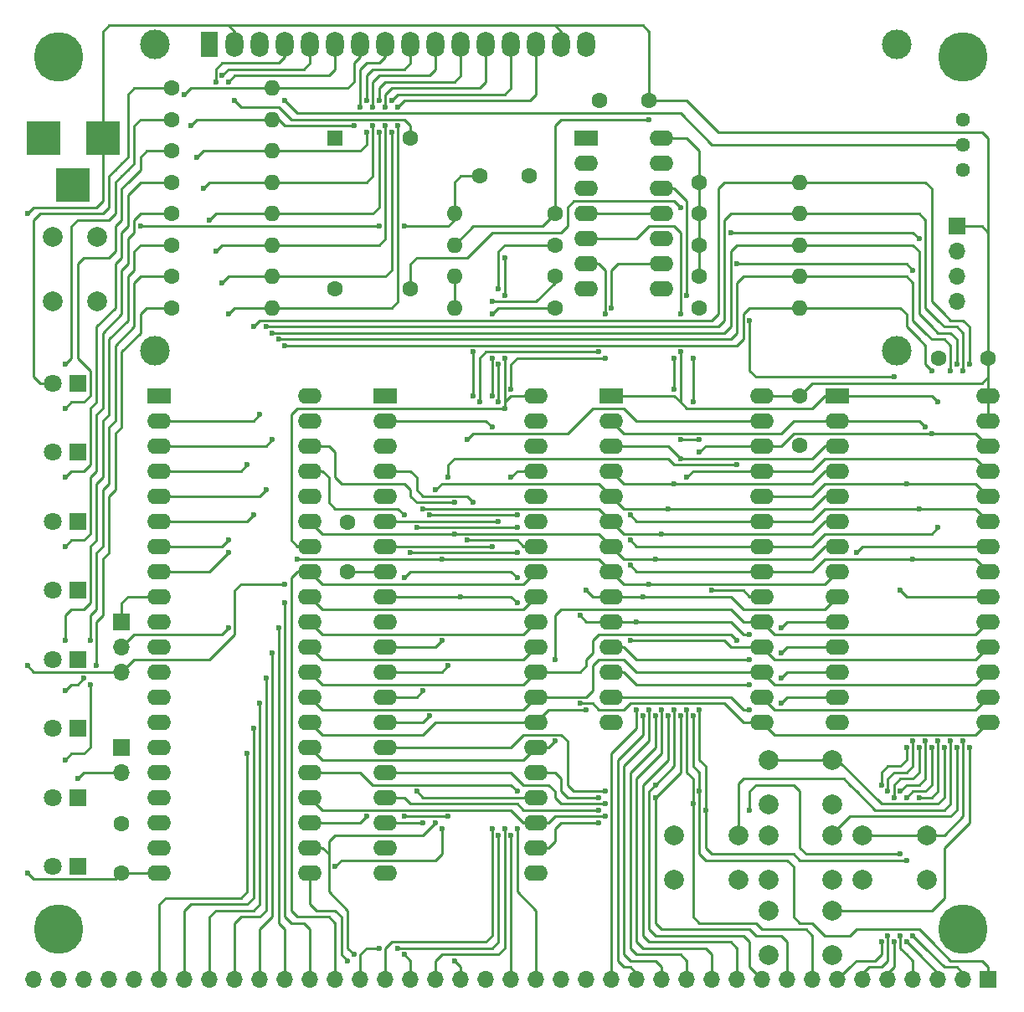
<source format=gtl>
G04 #@! TF.FileFunction,Copper,L1,Top,Signal*
%FSLAX46Y46*%
G04 Gerber Fmt 4.6, Leading zero omitted, Abs format (unit mm)*
G04 Created by KiCad (PCBNEW 4.0.7) date 11/13/19 17:55:31*
%MOMM*%
%LPD*%
G01*
G04 APERTURE LIST*
%ADD10C,0.100000*%
%ADD11R,1.700000X1.700000*%
%ADD12O,1.700000X1.700000*%
%ADD13R,3.500000X3.500000*%
%ADD14C,5.000000*%
%ADD15C,1.600000*%
%ADD16O,1.600000X1.600000*%
%ADD17R,1.600000X1.600000*%
%ADD18R,1.800000X1.800000*%
%ADD19C,1.800000*%
%ADD20C,1.440000*%
%ADD21C,2.000000*%
%ADD22R,2.400000X1.600000*%
%ADD23O,2.400000X1.600000*%
%ADD24R,1.800000X2.600000*%
%ADD25O,1.800000X2.600000*%
%ADD26C,3.000000*%
%ADD27C,0.600000*%
%ADD28C,0.250000*%
G04 APERTURE END LIST*
D10*
D11*
X198120000Y-145415000D03*
D12*
X195580000Y-145415000D03*
X193040000Y-145415000D03*
X190500000Y-145415000D03*
X187960000Y-145415000D03*
X185420000Y-145415000D03*
X182880000Y-145415000D03*
X180340000Y-145415000D03*
X177800000Y-145415000D03*
X175260000Y-145415000D03*
X172720000Y-145415000D03*
X170180000Y-145415000D03*
X167640000Y-145415000D03*
X165100000Y-145415000D03*
X162560000Y-145415000D03*
X160020000Y-145415000D03*
X157480000Y-145415000D03*
X154940000Y-145415000D03*
X152400000Y-145415000D03*
X149860000Y-145415000D03*
X147320000Y-145415000D03*
X144780000Y-145415000D03*
X142240000Y-145415000D03*
X139700000Y-145415000D03*
X137160000Y-145415000D03*
X134620000Y-145415000D03*
X132080000Y-145415000D03*
X129540000Y-145415000D03*
X127000000Y-145415000D03*
X124460000Y-145415000D03*
X121920000Y-145415000D03*
X119380000Y-145415000D03*
X116840000Y-145415000D03*
X114300000Y-145415000D03*
X111760000Y-145415000D03*
X109220000Y-145415000D03*
X106680000Y-145415000D03*
X104140000Y-145415000D03*
X101600000Y-145415000D03*
D13*
X108585000Y-60325000D03*
X102585000Y-60325000D03*
X105585000Y-65025000D03*
D14*
X104140000Y-140335000D03*
X195580000Y-140335000D03*
X195580000Y-52070000D03*
X104140000Y-52070000D03*
D15*
X133350000Y-104140000D03*
X133350000Y-99140000D03*
X179070000Y-86360000D03*
X179070000Y-91360000D03*
X198120000Y-82550000D03*
X193120000Y-82550000D03*
X110490000Y-134620000D03*
X110490000Y-129620000D03*
X163830000Y-56515000D03*
X158830000Y-56515000D03*
X146685000Y-64135000D03*
X151685000Y-64135000D03*
D11*
X110490000Y-121920000D03*
D12*
X110490000Y-124460000D03*
D15*
X154305000Y-77470000D03*
D16*
X144145000Y-77470000D03*
D15*
X154305000Y-74295000D03*
D16*
X144145000Y-74295000D03*
D15*
X154305000Y-71120000D03*
D16*
X144145000Y-71120000D03*
D15*
X168910000Y-77470000D03*
D16*
X179070000Y-77470000D03*
D15*
X168910000Y-64770000D03*
D16*
X179070000Y-64770000D03*
D15*
X168910000Y-67945000D03*
D16*
X179070000Y-67945000D03*
D15*
X115570000Y-55245000D03*
D16*
X125730000Y-55245000D03*
D15*
X115570000Y-58420000D03*
D16*
X125730000Y-58420000D03*
D15*
X115570000Y-61595000D03*
D16*
X125730000Y-61595000D03*
D17*
X132080000Y-60325000D03*
D15*
X139700000Y-60325000D03*
X139700000Y-75565000D03*
X132080000Y-75565000D03*
D18*
X106045000Y-85090000D03*
D19*
X103505000Y-85090000D03*
D18*
X106045000Y-92075000D03*
D19*
X103505000Y-92075000D03*
D18*
X106045000Y-99060000D03*
D19*
X103505000Y-99060000D03*
D18*
X106045000Y-106045000D03*
D19*
X103505000Y-106045000D03*
D18*
X106045000Y-113030000D03*
D19*
X103505000Y-113030000D03*
D18*
X106045000Y-120015000D03*
D19*
X103505000Y-120015000D03*
D18*
X106045000Y-127000000D03*
D19*
X103505000Y-127000000D03*
D18*
X106045000Y-133985000D03*
D19*
X103505000Y-133985000D03*
D11*
X110490000Y-109220000D03*
D12*
X110490000Y-111760000D03*
X110490000Y-114300000D03*
D15*
X154305000Y-67945000D03*
D16*
X144145000Y-67945000D03*
D15*
X168910000Y-71120000D03*
D16*
X179070000Y-71120000D03*
D15*
X168910000Y-74295000D03*
D16*
X179070000Y-74295000D03*
D15*
X115570000Y-64770000D03*
D16*
X125730000Y-64770000D03*
D15*
X115570000Y-67945000D03*
D16*
X125730000Y-67945000D03*
D15*
X115570000Y-71120000D03*
D16*
X125730000Y-71120000D03*
D15*
X115570000Y-74295000D03*
D16*
X125730000Y-74295000D03*
D15*
X115570000Y-77470000D03*
D16*
X125730000Y-77470000D03*
D20*
X195580000Y-58420000D03*
X195580000Y-60960000D03*
X195580000Y-63500000D03*
D21*
X108005000Y-76835000D03*
X103505000Y-76835000D03*
X108005000Y-70335000D03*
X103505000Y-70335000D03*
X175895000Y-135310000D03*
X175895000Y-130810000D03*
X182395000Y-135310000D03*
X182395000Y-130810000D03*
X175895000Y-127690000D03*
X175895000Y-123190000D03*
X182395000Y-127690000D03*
X182395000Y-123190000D03*
X175895000Y-142930000D03*
X175895000Y-138430000D03*
X182395000Y-142930000D03*
X182395000Y-138430000D03*
X166370000Y-135310000D03*
X166370000Y-130810000D03*
X172870000Y-135310000D03*
X172870000Y-130810000D03*
X185420000Y-135310000D03*
X185420000Y-130810000D03*
X191920000Y-135310000D03*
X191920000Y-130810000D03*
D22*
X137160000Y-86360000D03*
D23*
X152400000Y-134620000D03*
X137160000Y-88900000D03*
X152400000Y-132080000D03*
X137160000Y-91440000D03*
X152400000Y-129540000D03*
X137160000Y-93980000D03*
X152400000Y-127000000D03*
X137160000Y-96520000D03*
X152400000Y-124460000D03*
X137160000Y-99060000D03*
X152400000Y-121920000D03*
X137160000Y-101600000D03*
X152400000Y-119380000D03*
X137160000Y-104140000D03*
X152400000Y-116840000D03*
X137160000Y-106680000D03*
X152400000Y-114300000D03*
X137160000Y-109220000D03*
X152400000Y-111760000D03*
X137160000Y-111760000D03*
X152400000Y-109220000D03*
X137160000Y-114300000D03*
X152400000Y-106680000D03*
X137160000Y-116840000D03*
X152400000Y-104140000D03*
X137160000Y-119380000D03*
X152400000Y-101600000D03*
X137160000Y-121920000D03*
X152400000Y-99060000D03*
X137160000Y-124460000D03*
X152400000Y-96520000D03*
X137160000Y-127000000D03*
X152400000Y-93980000D03*
X137160000Y-129540000D03*
X152400000Y-91440000D03*
X137160000Y-132080000D03*
X152400000Y-88900000D03*
X137160000Y-134620000D03*
X152400000Y-86360000D03*
D22*
X160020000Y-86360000D03*
D23*
X175260000Y-119380000D03*
X160020000Y-88900000D03*
X175260000Y-116840000D03*
X160020000Y-91440000D03*
X175260000Y-114300000D03*
X160020000Y-93980000D03*
X175260000Y-111760000D03*
X160020000Y-96520000D03*
X175260000Y-109220000D03*
X160020000Y-99060000D03*
X175260000Y-106680000D03*
X160020000Y-101600000D03*
X175260000Y-104140000D03*
X160020000Y-104140000D03*
X175260000Y-101600000D03*
X160020000Y-106680000D03*
X175260000Y-99060000D03*
X160020000Y-109220000D03*
X175260000Y-96520000D03*
X160020000Y-111760000D03*
X175260000Y-93980000D03*
X160020000Y-114300000D03*
X175260000Y-91440000D03*
X160020000Y-116840000D03*
X175260000Y-88900000D03*
X160020000Y-119380000D03*
X175260000Y-86360000D03*
D22*
X182880000Y-86360000D03*
D23*
X198120000Y-119380000D03*
X182880000Y-88900000D03*
X198120000Y-116840000D03*
X182880000Y-91440000D03*
X198120000Y-114300000D03*
X182880000Y-93980000D03*
X198120000Y-111760000D03*
X182880000Y-96520000D03*
X198120000Y-109220000D03*
X182880000Y-99060000D03*
X198120000Y-106680000D03*
X182880000Y-101600000D03*
X198120000Y-104140000D03*
X182880000Y-104140000D03*
X198120000Y-101600000D03*
X182880000Y-106680000D03*
X198120000Y-99060000D03*
X182880000Y-109220000D03*
X198120000Y-96520000D03*
X182880000Y-111760000D03*
X198120000Y-93980000D03*
X182880000Y-114300000D03*
X198120000Y-91440000D03*
X182880000Y-116840000D03*
X198120000Y-88900000D03*
X182880000Y-119380000D03*
X198120000Y-86360000D03*
D22*
X114300000Y-86360000D03*
D23*
X129540000Y-134620000D03*
X114300000Y-88900000D03*
X129540000Y-132080000D03*
X114300000Y-91440000D03*
X129540000Y-129540000D03*
X114300000Y-93980000D03*
X129540000Y-127000000D03*
X114300000Y-96520000D03*
X129540000Y-124460000D03*
X114300000Y-99060000D03*
X129540000Y-121920000D03*
X114300000Y-101600000D03*
X129540000Y-119380000D03*
X114300000Y-104140000D03*
X129540000Y-116840000D03*
X114300000Y-106680000D03*
X129540000Y-114300000D03*
X114300000Y-109220000D03*
X129540000Y-111760000D03*
X114300000Y-111760000D03*
X129540000Y-109220000D03*
X114300000Y-114300000D03*
X129540000Y-106680000D03*
X114300000Y-116840000D03*
X129540000Y-104140000D03*
X114300000Y-119380000D03*
X129540000Y-101600000D03*
X114300000Y-121920000D03*
X129540000Y-99060000D03*
X114300000Y-124460000D03*
X129540000Y-96520000D03*
X114300000Y-127000000D03*
X129540000Y-93980000D03*
X114300000Y-129540000D03*
X129540000Y-91440000D03*
X114300000Y-132080000D03*
X129540000Y-88900000D03*
X114300000Y-134620000D03*
X129540000Y-86360000D03*
D22*
X157480000Y-60325000D03*
D23*
X165100000Y-75565000D03*
X157480000Y-62865000D03*
X165100000Y-73025000D03*
X157480000Y-65405000D03*
X165100000Y-70485000D03*
X157480000Y-67945000D03*
X165100000Y-67945000D03*
X157480000Y-70485000D03*
X165100000Y-65405000D03*
X157480000Y-73025000D03*
X165100000Y-62865000D03*
X157480000Y-75565000D03*
X165100000Y-60325000D03*
D24*
X119380000Y-50800000D03*
D25*
X121920000Y-50800000D03*
X124460000Y-50800000D03*
X127000000Y-50800000D03*
X129540000Y-50800000D03*
X132080000Y-50800000D03*
X134620000Y-50800000D03*
X137160000Y-50800000D03*
X139700000Y-50800000D03*
X142240000Y-50800000D03*
X144780000Y-50800000D03*
X147320000Y-50800000D03*
X149860000Y-50800000D03*
X152400000Y-50800000D03*
X154940000Y-50800000D03*
X157480000Y-50800000D03*
D26*
X113880900Y-50800000D03*
X113880900Y-81800700D03*
X188879480Y-81800700D03*
X188880000Y-50800000D03*
D11*
X194945000Y-69215000D03*
D12*
X194945000Y-71755000D03*
X194945000Y-74295000D03*
X194945000Y-76835000D03*
D27*
X184785000Y-102235000D03*
X163830000Y-58420000D03*
X127000000Y-105410000D03*
X100965000Y-134620000D03*
X100965000Y-113665000D03*
X100965000Y-67945000D03*
X121920000Y-56515000D03*
X168910000Y-126365000D03*
X167640000Y-76200000D03*
X168275000Y-118745000D03*
X168275000Y-86995000D03*
X168275000Y-82550000D03*
X158750000Y-127000000D03*
X167005000Y-78105000D03*
X167005000Y-81915000D03*
X191135000Y-127000000D03*
X193040000Y-99695000D03*
X193040000Y-121285000D03*
X190500000Y-140970000D03*
X193040000Y-86995000D03*
X140335000Y-99695000D03*
X140335000Y-126365000D03*
X150495000Y-99695000D03*
X161925000Y-100965000D03*
X159385000Y-128905000D03*
X169545000Y-128270000D03*
X189865000Y-133350000D03*
X168910000Y-92075000D03*
X168910000Y-118110000D03*
X189865000Y-127000000D03*
X192405000Y-90170000D03*
X192405000Y-121920000D03*
X189865000Y-141605000D03*
X158750000Y-129540000D03*
X173990000Y-128270000D03*
X189230000Y-132715000D03*
X189230000Y-126365000D03*
X191770000Y-121285000D03*
X191770000Y-89535000D03*
X189230000Y-140970000D03*
X141605000Y-98425000D03*
X188595000Y-141605000D03*
X188595000Y-127000000D03*
X191135000Y-97790000D03*
X191135000Y-121920000D03*
X150495000Y-98425000D03*
X161925000Y-98425000D03*
X187960000Y-140970000D03*
X190500000Y-102870000D03*
X190500000Y-121285000D03*
X187960000Y-126365000D03*
X139700000Y-102235000D03*
X150495000Y-102235000D03*
X161925000Y-103505000D03*
X140970000Y-129540000D03*
X143510000Y-94615000D03*
X172720000Y-93345000D03*
X187325000Y-141605000D03*
X189865000Y-95250000D03*
X189865000Y-121920000D03*
X187325000Y-125730000D03*
X168275000Y-127635000D03*
X158750000Y-128270000D03*
X167640000Y-94615000D03*
X167640000Y-118110000D03*
X164465000Y-127000000D03*
X159385000Y-127635000D03*
X167005000Y-92710000D03*
X167005000Y-118745000D03*
X164465000Y-125730000D03*
X159385000Y-126365000D03*
X166370000Y-118110000D03*
X166370000Y-95250000D03*
X142240000Y-95885000D03*
X165735000Y-97790000D03*
X165735000Y-118745000D03*
X141605000Y-118745000D03*
X140970000Y-97790000D03*
X165100000Y-100330000D03*
X165100000Y-118110000D03*
X140970000Y-116205000D03*
X143510000Y-113665000D03*
X144145000Y-100330000D03*
X164465000Y-102870000D03*
X164465000Y-118745000D03*
X163830000Y-105410000D03*
X163830000Y-118110000D03*
X142875000Y-102870000D03*
X142875000Y-111125000D03*
X128270000Y-102870000D03*
X139065000Y-98425000D03*
X163195000Y-106680000D03*
X163195000Y-118745000D03*
X157480000Y-106045000D03*
X150495000Y-104775000D03*
X139065000Y-104775000D03*
X144145000Y-97155000D03*
X144780000Y-106680000D03*
X162560000Y-109220000D03*
X162560000Y-118110000D03*
X156845000Y-108585000D03*
X150495000Y-107315000D03*
X173990000Y-110490000D03*
X177165000Y-109855000D03*
X146050000Y-86360000D03*
X147955000Y-76835000D03*
X146050000Y-81915000D03*
X146050000Y-97155000D03*
X142875000Y-130175000D03*
X132080000Y-133985000D03*
X144145000Y-143510000D03*
X133350000Y-143510000D03*
X148590000Y-83185000D03*
X148590000Y-75565000D03*
X148590000Y-86995000D03*
X149225000Y-130175000D03*
X148590000Y-99060000D03*
X145415000Y-90805000D03*
X142240000Y-129540000D03*
X145415000Y-100965000D03*
X139065000Y-142875000D03*
X133985000Y-142875000D03*
X147955000Y-78105000D03*
X147955000Y-82550000D03*
X147955000Y-86360000D03*
X147955000Y-89535000D03*
X147955000Y-130175000D03*
X136525000Y-142240000D03*
X147955000Y-101600000D03*
X148590000Y-130810000D03*
X138430000Y-142240000D03*
X173990000Y-113030000D03*
X177165000Y-112395000D03*
X177165000Y-114935000D03*
X173990000Y-115570000D03*
X127000000Y-107315000D03*
X173990000Y-118110000D03*
X177165000Y-117475000D03*
X126365000Y-109855000D03*
X156845000Y-117475000D03*
X125730000Y-112395000D03*
X172720000Y-111125000D03*
X125095000Y-114935000D03*
X124460000Y-117475000D03*
X157480000Y-118110000D03*
X161925000Y-111125000D03*
X123825000Y-120015000D03*
X154305000Y-121285000D03*
X154305000Y-113030000D03*
X123190000Y-122555000D03*
X136525000Y-59690000D03*
X136525000Y-56515000D03*
X119380000Y-68580000D03*
X137160000Y-57150000D03*
X137160000Y-59055000D03*
X120015000Y-71755000D03*
X121285000Y-102235000D03*
X120650000Y-53975000D03*
X137795000Y-56515000D03*
X137795000Y-59690000D03*
X120650000Y-74930000D03*
X120015000Y-54610000D03*
X121285000Y-100965000D03*
X138430000Y-59055000D03*
X138430000Y-57150000D03*
X121285000Y-78105000D03*
X123825000Y-98425000D03*
X125095000Y-79375000D03*
X195580000Y-83820000D03*
X195580000Y-121285000D03*
X135890000Y-59055000D03*
X135890000Y-57150000D03*
X118745000Y-65405000D03*
X126365000Y-80645000D03*
X125095000Y-95885000D03*
X194310000Y-83820000D03*
X194310000Y-121285000D03*
X135255000Y-56515000D03*
X135255000Y-59690000D03*
X118110000Y-62230000D03*
X123190000Y-93345000D03*
X123825000Y-79375000D03*
X196215000Y-121920000D03*
X196215000Y-83185000D03*
X134620000Y-57150000D03*
X133985000Y-59055000D03*
X117475000Y-59055000D03*
X127000000Y-81280000D03*
X125730000Y-90805000D03*
X193675000Y-121920000D03*
X192405000Y-83820000D03*
X116840000Y-55880000D03*
X125730000Y-80010000D03*
X124460000Y-88265000D03*
X194945000Y-121920000D03*
X194945000Y-83185000D03*
X149225000Y-72390000D03*
X149225000Y-76200000D03*
X149225000Y-82550000D03*
X149225000Y-87630000D03*
X149860000Y-130810000D03*
X139065000Y-69215000D03*
X136525000Y-69215000D03*
X112395000Y-69215000D03*
X106045000Y-125095000D03*
X104775000Y-83185000D03*
X104775000Y-87630000D03*
X104775000Y-94615000D03*
X104775000Y-101600000D03*
X104775000Y-111125000D03*
X106680000Y-114935000D03*
X104775000Y-116205000D03*
X107315000Y-111125000D03*
X107315000Y-115570000D03*
X107950000Y-113665000D03*
X104775000Y-123190000D03*
X172720000Y-73025000D03*
X190500000Y-73660000D03*
X149860000Y-85725000D03*
X159385000Y-82550000D03*
X160020000Y-77470000D03*
X150495000Y-126365000D03*
X150495000Y-130175000D03*
X149860000Y-94615000D03*
X121285000Y-109855000D03*
X121285000Y-54610000D03*
X127000000Y-56515000D03*
X166370000Y-85725000D03*
X168910000Y-90805000D03*
X167005000Y-90805000D03*
X166370000Y-82550000D03*
X170180000Y-106045000D03*
X188595000Y-84455000D03*
X189230000Y-106045000D03*
X173990000Y-78740000D03*
X143510000Y-128905000D03*
X146685000Y-86995000D03*
X135255000Y-128905000D03*
X139065000Y-128905000D03*
X159385000Y-78105000D03*
X158750000Y-81915000D03*
X172085000Y-69850000D03*
X191135000Y-70485000D03*
X167005000Y-67310000D03*
D28*
X198120000Y-101600000D02*
X185420000Y-101600000D01*
X185420000Y-101600000D02*
X184785000Y-102235000D01*
X168910000Y-61595000D02*
X167640000Y-60325000D01*
X163830000Y-56515000D02*
X167640000Y-56515000D01*
X197485000Y-59690000D02*
X198120000Y-60325000D01*
X170815000Y-59690000D02*
X197485000Y-59690000D01*
X167640000Y-56515000D02*
X170815000Y-59690000D01*
X168910000Y-67945000D02*
X168910000Y-64770000D01*
X180340000Y-85090000D02*
X197485000Y-85090000D01*
X197485000Y-85090000D02*
X198120000Y-84455000D01*
X123825000Y-105410000D02*
X122555000Y-105410000D01*
X121920000Y-110490000D02*
X119380000Y-113030000D01*
X121920000Y-106045000D02*
X121920000Y-110490000D01*
X122555000Y-105410000D02*
X121920000Y-106045000D01*
X153670000Y-68580000D02*
X153035000Y-69215000D01*
X153035000Y-69215000D02*
X146050000Y-69215000D01*
X153670000Y-68580000D02*
X154305000Y-67945000D01*
X168910000Y-67945000D02*
X168910000Y-71120000D01*
X168910000Y-74295000D02*
X168910000Y-71120000D01*
X198120000Y-69850000D02*
X198120000Y-60325000D01*
X154305000Y-67945000D02*
X154305000Y-59055000D01*
X154305000Y-59055000D02*
X154940000Y-58420000D01*
X154940000Y-58420000D02*
X163830000Y-58420000D01*
X175260000Y-86360000D02*
X179070000Y-86360000D01*
X127000000Y-105410000D02*
X123825000Y-105410000D01*
X111760000Y-113030000D02*
X110490000Y-114300000D01*
X119380000Y-113030000D02*
X111760000Y-113030000D01*
X110490000Y-134620000D02*
X109855000Y-135255000D01*
X101600000Y-135255000D02*
X100965000Y-134620000D01*
X109855000Y-135255000D02*
X101600000Y-135255000D01*
X108585000Y-66675000D02*
X107950000Y-67310000D01*
X108585000Y-60325000D02*
X108585000Y-66675000D01*
X101600000Y-114300000D02*
X110490000Y-114300000D01*
X100965000Y-113665000D02*
X101600000Y-114300000D01*
X101600000Y-67310000D02*
X100965000Y-67945000D01*
X107950000Y-67310000D02*
X101600000Y-67310000D01*
X122555000Y-57150000D02*
X121920000Y-56515000D01*
X128270000Y-58420000D02*
X127635000Y-58420000D01*
X139700000Y-59055000D02*
X139065000Y-58420000D01*
X139065000Y-58420000D02*
X128270000Y-58420000D01*
X139700000Y-60325000D02*
X139700000Y-59055000D01*
X126365000Y-57150000D02*
X122555000Y-57150000D01*
X127635000Y-58420000D02*
X126365000Y-57150000D01*
X198120000Y-86360000D02*
X198120000Y-88900000D01*
X133350000Y-104140000D02*
X137160000Y-104140000D01*
X168910000Y-64770000D02*
X168910000Y-61595000D01*
X167640000Y-60325000D02*
X165100000Y-60325000D01*
X154305000Y-48895000D02*
X163195000Y-48895000D01*
X163830000Y-49530000D02*
X163830000Y-56515000D01*
X163195000Y-48895000D02*
X163830000Y-49530000D01*
X121285000Y-48895000D02*
X154305000Y-48895000D01*
X154305000Y-48895000D02*
X154940000Y-49530000D01*
X154940000Y-49530000D02*
X154940000Y-50800000D01*
X146050000Y-69215000D02*
X144145000Y-71120000D01*
X144145000Y-77470000D02*
X144145000Y-74295000D01*
X108585000Y-60325000D02*
X108585000Y-49530000D01*
X121285000Y-48895000D02*
X112395000Y-48895000D01*
X121285000Y-48895000D02*
X121920000Y-49530000D01*
X109220000Y-48895000D02*
X112395000Y-48895000D01*
X108585000Y-49530000D02*
X109220000Y-48895000D01*
X121920000Y-50800000D02*
X121920000Y-49530000D01*
X198120000Y-82550000D02*
X198120000Y-69850000D01*
X197485000Y-69215000D02*
X194945000Y-69215000D01*
X198120000Y-69850000D02*
X197485000Y-69215000D01*
X179070000Y-86360000D02*
X180340000Y-85090000D01*
X110490000Y-134620000D02*
X114300000Y-134620000D01*
X198120000Y-86360000D02*
X198120000Y-85090000D01*
X198120000Y-85090000D02*
X198120000Y-84455000D01*
X198120000Y-84455000D02*
X198120000Y-82550000D01*
X166370000Y-65405000D02*
X167640000Y-66675000D01*
X167640000Y-66675000D02*
X167640000Y-76200000D01*
X168275000Y-123825000D02*
X168275000Y-118745000D01*
X168910000Y-124460000D02*
X168275000Y-123825000D01*
X168910000Y-124460000D02*
X168910000Y-126365000D01*
X168275000Y-82550000D02*
X168275000Y-86995000D01*
X165100000Y-65405000D02*
X166370000Y-65405000D01*
X168910000Y-126365000D02*
X168910000Y-127000000D01*
X152400000Y-124460000D02*
X154305000Y-124460000D01*
X154305000Y-124460000D02*
X154940000Y-125095000D01*
X154940000Y-125095000D02*
X154940000Y-126365000D01*
X154940000Y-126365000D02*
X155575000Y-127000000D01*
X155575000Y-127000000D02*
X158750000Y-127000000D01*
X170180000Y-133350000D02*
X169545000Y-133350000D01*
X169545000Y-133350000D02*
X168910000Y-132715000D01*
X168910000Y-127635000D02*
X168910000Y-127000000D01*
X168910000Y-132715000D02*
X168910000Y-127635000D01*
X178435000Y-139065000D02*
X178435000Y-133985000D01*
X184150000Y-140970000D02*
X181610000Y-140970000D01*
X181610000Y-140970000D02*
X180340000Y-139700000D01*
X180340000Y-139700000D02*
X179070000Y-139700000D01*
X192405000Y-141605000D02*
X191135000Y-140335000D01*
X198120000Y-144145000D02*
X197485000Y-143510000D01*
X197485000Y-143510000D02*
X194310000Y-143510000D01*
X194310000Y-143510000D02*
X192405000Y-141605000D01*
X198120000Y-145415000D02*
X198120000Y-144145000D01*
X191135000Y-140335000D02*
X184785000Y-140335000D01*
X184785000Y-140335000D02*
X184150000Y-140970000D01*
X179070000Y-139700000D02*
X178435000Y-139065000D01*
X177800000Y-133350000D02*
X170180000Y-133350000D01*
X178435000Y-133985000D02*
X177800000Y-133350000D01*
X167005000Y-86995000D02*
X167640000Y-87630000D01*
X160020000Y-86360000D02*
X166370000Y-86360000D01*
X166370000Y-86360000D02*
X167005000Y-86995000D01*
X157480000Y-70485000D02*
X162560000Y-70485000D01*
X162560000Y-70485000D02*
X163830000Y-69215000D01*
X163830000Y-69215000D02*
X166370000Y-69215000D01*
X166370000Y-69215000D02*
X167005000Y-69850000D01*
X167005000Y-69850000D02*
X167005000Y-78105000D01*
X167005000Y-81915000D02*
X167005000Y-86995000D01*
X193040000Y-126365000D02*
X193040000Y-125730000D01*
X192405000Y-127000000D02*
X193040000Y-126365000D01*
X191135000Y-127000000D02*
X192405000Y-127000000D01*
X184150000Y-100330000D02*
X192405000Y-100330000D01*
X192405000Y-100330000D02*
X193040000Y-99695000D01*
X193040000Y-125730000D02*
X193040000Y-121285000D01*
X190500000Y-140970000D02*
X191770000Y-142240000D01*
X193675000Y-144145000D02*
X191770000Y-142240000D01*
X194945000Y-144145000D02*
X193675000Y-144145000D01*
X195580000Y-144780000D02*
X194945000Y-144145000D01*
X192405000Y-86360000D02*
X182880000Y-86360000D01*
X193040000Y-86995000D02*
X192405000Y-86360000D01*
X195580000Y-145415000D02*
X195580000Y-144780000D01*
X140335000Y-99695000D02*
X140970000Y-99695000D01*
X140970000Y-127000000D02*
X140335000Y-126365000D01*
X175260000Y-101600000D02*
X162560000Y-101600000D01*
X150495000Y-99695000D02*
X140970000Y-99695000D01*
X162560000Y-101600000D02*
X161925000Y-100965000D01*
X140970000Y-127000000D02*
X152400000Y-127000000D01*
X167640000Y-87630000D02*
X177165000Y-87630000D01*
X181610000Y-86360000D02*
X182880000Y-86360000D01*
X180340000Y-87630000D02*
X181610000Y-86360000D01*
X177165000Y-87630000D02*
X180340000Y-87630000D01*
X175260000Y-101600000D02*
X180340000Y-101600000D01*
X180340000Y-101600000D02*
X181610000Y-100330000D01*
X181610000Y-100330000D02*
X184150000Y-100330000D01*
X142240000Y-128270000D02*
X149860000Y-128270000D01*
X149860000Y-128270000D02*
X151130000Y-129540000D01*
X153670000Y-129540000D02*
X152400000Y-129540000D01*
X154305000Y-128905000D02*
X153670000Y-129540000D01*
X159385000Y-128905000D02*
X154305000Y-128905000D01*
X152400000Y-129540000D02*
X151130000Y-129540000D01*
X129540000Y-127000000D02*
X130810000Y-128270000D01*
X130810000Y-128270000D02*
X142240000Y-128270000D01*
X178435000Y-132715000D02*
X179070000Y-133350000D01*
X179070000Y-133350000D02*
X189865000Y-133350000D01*
X170180000Y-132715000D02*
X169545000Y-132080000D01*
X168910000Y-92075000D02*
X169545000Y-91440000D01*
X168910000Y-123190000D02*
X168910000Y-118110000D01*
X169545000Y-123825000D02*
X168910000Y-123190000D01*
X169545000Y-132080000D02*
X169545000Y-128270000D01*
X169545000Y-128270000D02*
X169545000Y-123825000D01*
X169545000Y-91440000D02*
X175260000Y-91440000D01*
X178435000Y-132715000D02*
X170180000Y-132715000D01*
X189865000Y-127000000D02*
X190500000Y-126365000D01*
X192405000Y-125730000D02*
X192405000Y-121920000D01*
X191770000Y-126365000D02*
X192405000Y-125730000D01*
X190500000Y-126365000D02*
X191770000Y-126365000D01*
X191135000Y-142875000D02*
X189865000Y-141605000D01*
X191135000Y-142875000D02*
X193040000Y-144780000D01*
X193040000Y-145415000D02*
X193040000Y-144780000D01*
X151765000Y-129540000D02*
X152400000Y-129540000D01*
X175260000Y-91440000D02*
X177165000Y-91440000D01*
X177165000Y-91440000D02*
X178435000Y-90170000D01*
X178435000Y-90170000D02*
X192405000Y-90170000D01*
X196850000Y-90170000D02*
X198120000Y-91440000D01*
X192405000Y-90170000D02*
X196850000Y-90170000D01*
X154940000Y-129540000D02*
X154305000Y-130175000D01*
X158750000Y-129540000D02*
X154940000Y-129540000D01*
X178435000Y-125730000D02*
X174625000Y-125730000D01*
X174625000Y-125730000D02*
X173990000Y-126365000D01*
X173990000Y-126365000D02*
X173990000Y-128270000D01*
X179070000Y-126365000D02*
X178435000Y-125730000D01*
X179705000Y-132715000D02*
X179070000Y-132080000D01*
X179070000Y-132080000D02*
X179070000Y-126365000D01*
X189230000Y-132715000D02*
X180340000Y-132715000D01*
X180340000Y-132715000D02*
X179705000Y-132715000D01*
X153670000Y-132080000D02*
X152400000Y-132080000D01*
X154305000Y-131445000D02*
X153670000Y-132080000D01*
X154305000Y-130175000D02*
X154305000Y-131445000D01*
X189230000Y-126365000D02*
X189865000Y-125730000D01*
X189865000Y-125730000D02*
X191135000Y-125730000D01*
X191135000Y-125730000D02*
X191770000Y-125095000D01*
X191770000Y-125095000D02*
X191770000Y-121285000D01*
X191770000Y-89535000D02*
X191135000Y-88900000D01*
X182880000Y-88900000D02*
X191135000Y-88900000D01*
X189865000Y-142875000D02*
X189230000Y-142240000D01*
X190500000Y-143510000D02*
X189865000Y-142875000D01*
X190500000Y-143510000D02*
X190500000Y-145415000D01*
X189230000Y-142240000D02*
X189230000Y-140970000D01*
X182880000Y-88900000D02*
X178435000Y-88900000D01*
X161290000Y-90170000D02*
X160020000Y-88900000D01*
X177165000Y-90170000D02*
X161290000Y-90170000D01*
X178435000Y-88900000D02*
X177165000Y-90170000D01*
X142240000Y-98425000D02*
X141605000Y-98425000D01*
X188595000Y-127000000D02*
X188595000Y-125730000D01*
X187960000Y-144780000D02*
X188595000Y-144145000D01*
X188595000Y-144145000D02*
X188595000Y-141605000D01*
X191135000Y-124460000D02*
X191135000Y-121920000D01*
X190500000Y-125095000D02*
X191135000Y-124460000D01*
X189230000Y-125095000D02*
X190500000Y-125095000D01*
X188595000Y-125730000D02*
X189230000Y-125095000D01*
X187960000Y-145415000D02*
X187960000Y-144780000D01*
X150495000Y-98425000D02*
X142240000Y-98425000D01*
X175260000Y-99060000D02*
X162560000Y-99060000D01*
X162560000Y-99060000D02*
X161925000Y-98425000D01*
X184150000Y-97790000D02*
X181610000Y-97790000D01*
X181610000Y-97790000D02*
X180340000Y-99060000D01*
X180340000Y-99060000D02*
X175260000Y-99060000D01*
X191135000Y-97790000D02*
X184150000Y-97790000D01*
X196850000Y-97790000D02*
X191135000Y-97790000D01*
X198120000Y-99060000D02*
X196850000Y-97790000D01*
X187960000Y-143510000D02*
X187960000Y-140970000D01*
X187325000Y-144145000D02*
X187960000Y-143510000D01*
X186055000Y-144145000D02*
X187325000Y-144145000D01*
X185420000Y-144780000D02*
X186055000Y-144145000D01*
X190500000Y-123825000D02*
X190500000Y-121285000D01*
X189865000Y-124460000D02*
X190500000Y-123825000D01*
X188595000Y-124460000D02*
X189865000Y-124460000D01*
X187960000Y-125095000D02*
X188595000Y-124460000D01*
X187960000Y-126365000D02*
X187960000Y-125095000D01*
X185420000Y-145415000D02*
X185420000Y-144780000D01*
X150495000Y-102235000D02*
X139700000Y-102235000D01*
X175260000Y-104140000D02*
X162560000Y-104140000D01*
X162560000Y-104140000D02*
X161925000Y-103505000D01*
X175260000Y-104140000D02*
X180340000Y-104140000D01*
X181610000Y-102870000D02*
X190500000Y-102870000D01*
X180340000Y-104140000D02*
X181610000Y-102870000D01*
X196850000Y-102870000D02*
X198120000Y-104140000D01*
X190500000Y-102870000D02*
X196850000Y-102870000D01*
X158115000Y-92710000D02*
X165735000Y-92710000D01*
X143510000Y-93345000D02*
X144145000Y-92710000D01*
X144145000Y-92710000D02*
X158115000Y-92710000D01*
X137160000Y-129540000D02*
X140970000Y-129540000D01*
X143510000Y-94615000D02*
X143510000Y-93345000D01*
X166370000Y-93345000D02*
X172720000Y-93345000D01*
X165735000Y-92710000D02*
X166370000Y-93345000D01*
X184150000Y-144145000D02*
X184785000Y-143510000D01*
X182880000Y-145415000D02*
X184150000Y-144145000D01*
X187325000Y-142875000D02*
X187325000Y-141605000D01*
X186690000Y-143510000D02*
X187325000Y-142875000D01*
X184785000Y-143510000D02*
X186690000Y-143510000D01*
X189865000Y-123190000D02*
X189865000Y-121920000D01*
X189230000Y-123825000D02*
X189865000Y-123190000D01*
X187960000Y-123825000D02*
X189230000Y-123825000D01*
X187325000Y-124460000D02*
X187960000Y-123825000D01*
X187325000Y-125730000D02*
X187325000Y-124460000D01*
X181610000Y-95250000D02*
X180340000Y-96520000D01*
X180340000Y-96520000D02*
X179705000Y-96520000D01*
X184150000Y-95250000D02*
X181610000Y-95250000D01*
X196850000Y-95250000D02*
X189865000Y-95250000D01*
X189865000Y-95250000D02*
X184150000Y-95250000D01*
X198120000Y-96520000D02*
X196850000Y-95250000D01*
X179705000Y-96520000D02*
X175260000Y-96520000D01*
X150495000Y-127635000D02*
X151130000Y-128270000D01*
X151130000Y-128270000D02*
X158750000Y-128270000D01*
X137160000Y-127000000D02*
X139065000Y-127000000D01*
X139700000Y-127635000D02*
X147320000Y-127635000D01*
X139065000Y-127000000D02*
X139700000Y-127635000D01*
X147320000Y-127635000D02*
X150495000Y-127635000D01*
X168275000Y-131445000D02*
X168275000Y-127635000D01*
X168275000Y-127635000D02*
X168275000Y-125095000D01*
X180340000Y-141605000D02*
X180340000Y-140970000D01*
X180340000Y-145415000D02*
X180340000Y-141605000D01*
X174625000Y-139700000D02*
X168910000Y-139700000D01*
X175260000Y-140335000D02*
X174625000Y-139700000D01*
X179705000Y-140335000D02*
X175260000Y-140335000D01*
X180340000Y-140970000D02*
X179705000Y-140335000D01*
X168275000Y-139065000D02*
X168275000Y-131445000D01*
X168910000Y-139700000D02*
X168275000Y-139065000D01*
X168275000Y-93980000D02*
X175260000Y-93980000D01*
X167640000Y-94615000D02*
X168275000Y-93980000D01*
X167640000Y-124460000D02*
X167640000Y-118110000D01*
X168275000Y-125095000D02*
X167640000Y-124460000D01*
X181610000Y-92710000D02*
X196850000Y-92710000D01*
X175260000Y-93980000D02*
X179705000Y-93980000D01*
X180340000Y-93980000D02*
X181610000Y-92710000D01*
X179705000Y-93980000D02*
X180340000Y-93980000D01*
X196850000Y-92710000D02*
X198120000Y-93980000D01*
X149225000Y-124460000D02*
X149860000Y-124460000D01*
X149860000Y-124460000D02*
X151130000Y-125730000D01*
X160020000Y-91440000D02*
X165735000Y-91440000D01*
X165735000Y-91440000D02*
X167005000Y-92710000D01*
X153035000Y-125730000D02*
X153670000Y-125730000D01*
X151130000Y-125730000D02*
X153035000Y-125730000D01*
X137160000Y-124460000D02*
X149225000Y-124460000D01*
X154940000Y-127635000D02*
X159385000Y-127635000D01*
X154305000Y-127000000D02*
X154940000Y-127635000D01*
X154305000Y-126365000D02*
X154305000Y-127000000D01*
X153670000Y-125730000D02*
X154305000Y-126365000D01*
X167005000Y-122555000D02*
X167005000Y-118745000D01*
X164465000Y-127000000D02*
X167005000Y-124460000D01*
X167005000Y-124460000D02*
X167005000Y-122555000D01*
X164465000Y-127635000D02*
X164465000Y-127000000D01*
X177800000Y-141605000D02*
X177165000Y-140970000D01*
X177800000Y-145415000D02*
X177800000Y-141605000D01*
X165100000Y-140335000D02*
X164465000Y-139700000D01*
X173990000Y-140335000D02*
X165100000Y-140335000D01*
X174625000Y-140970000D02*
X173990000Y-140335000D01*
X177165000Y-140970000D02*
X174625000Y-140970000D01*
X164465000Y-139700000D02*
X164465000Y-127635000D01*
X182880000Y-91440000D02*
X181610000Y-91440000D01*
X181610000Y-91440000D02*
X180340000Y-92710000D01*
X167005000Y-92710000D02*
X180340000Y-92710000D01*
X155575000Y-125730000D02*
X156210000Y-126365000D01*
X159385000Y-126365000D02*
X156210000Y-126365000D01*
X154940000Y-120650000D02*
X155575000Y-121285000D01*
X155575000Y-121285000D02*
X155575000Y-125730000D01*
X137160000Y-121920000D02*
X149860000Y-121920000D01*
X151130000Y-120650000D02*
X154940000Y-120650000D01*
X149860000Y-121920000D02*
X151130000Y-120650000D01*
X166370000Y-123825000D02*
X166370000Y-118110000D01*
X164465000Y-125730000D02*
X166370000Y-123825000D01*
X163830000Y-126365000D02*
X164465000Y-125730000D01*
X163830000Y-127000000D02*
X163830000Y-126365000D01*
X173990000Y-141605000D02*
X173355000Y-140970000D01*
X173990000Y-142875000D02*
X173990000Y-141605000D01*
X173990000Y-144145000D02*
X173990000Y-142875000D01*
X175260000Y-145415000D02*
X173990000Y-144145000D01*
X163830000Y-140335000D02*
X163830000Y-127000000D01*
X164465000Y-140970000D02*
X163830000Y-140335000D01*
X173355000Y-140970000D02*
X164465000Y-140970000D01*
X176530000Y-95250000D02*
X180340000Y-95250000D01*
X180340000Y-95250000D02*
X181610000Y-93980000D01*
X182880000Y-93980000D02*
X181610000Y-93980000D01*
X160020000Y-93980000D02*
X161290000Y-95250000D01*
X161290000Y-95250000D02*
X166370000Y-95250000D01*
X166370000Y-95250000D02*
X176530000Y-95250000D01*
X165735000Y-121285000D02*
X165735000Y-118745000D01*
X172085000Y-141605000D02*
X163830000Y-141605000D01*
X163830000Y-141605000D02*
X163195000Y-140970000D01*
X163195000Y-140970000D02*
X163195000Y-125730000D01*
X163195000Y-125730000D02*
X165735000Y-123190000D01*
X165735000Y-123190000D02*
X165735000Y-121285000D01*
X172720000Y-145415000D02*
X172720000Y-142240000D01*
X172720000Y-142240000D02*
X172085000Y-141605000D01*
X150495000Y-95250000D02*
X142875000Y-95250000D01*
X158750000Y-95250000D02*
X150495000Y-95250000D01*
X160020000Y-96520000D02*
X158750000Y-95250000D01*
X140970000Y-119380000D02*
X137160000Y-119380000D01*
X141605000Y-118745000D02*
X140970000Y-119380000D01*
X142875000Y-95250000D02*
X142240000Y-95885000D01*
X179705000Y-97790000D02*
X180340000Y-97790000D01*
X180340000Y-97790000D02*
X181610000Y-96520000D01*
X176530000Y-97790000D02*
X179705000Y-97790000D01*
X182880000Y-96520000D02*
X181610000Y-96520000D01*
X160020000Y-96520000D02*
X161290000Y-97790000D01*
X161290000Y-97790000D02*
X165735000Y-97790000D01*
X165735000Y-97790000D02*
X176530000Y-97790000D01*
X141605000Y-97790000D02*
X140970000Y-97790000D01*
X170180000Y-145415000D02*
X170180000Y-142875000D01*
X165100000Y-122555000D02*
X165100000Y-118110000D01*
X162560000Y-125095000D02*
X165100000Y-122555000D01*
X162560000Y-141605000D02*
X162560000Y-125095000D01*
X163195000Y-142240000D02*
X162560000Y-141605000D01*
X169545000Y-142240000D02*
X163195000Y-142240000D01*
X170180000Y-142875000D02*
X169545000Y-142240000D01*
X160020000Y-99060000D02*
X158750000Y-97790000D01*
X158750000Y-97790000D02*
X150495000Y-97790000D01*
X141605000Y-97790000D02*
X150495000Y-97790000D01*
X140335000Y-116840000D02*
X137160000Y-116840000D01*
X140970000Y-116205000D02*
X140335000Y-116840000D01*
X182880000Y-99060000D02*
X181610000Y-99060000D01*
X181610000Y-99060000D02*
X180340000Y-100330000D01*
X182880000Y-99060000D02*
X182245000Y-99060000D01*
X160020000Y-99060000D02*
X161290000Y-100330000D01*
X161290000Y-100330000D02*
X165100000Y-100330000D01*
X165100000Y-100330000D02*
X180340000Y-100330000D01*
X142875000Y-114300000D02*
X143510000Y-113665000D01*
X142875000Y-114300000D02*
X137160000Y-114300000D01*
X167640000Y-145415000D02*
X167640000Y-143510000D01*
X164465000Y-121920000D02*
X164465000Y-118745000D01*
X161925000Y-124460000D02*
X164465000Y-121920000D01*
X161925000Y-142240000D02*
X161925000Y-124460000D01*
X162560000Y-142875000D02*
X161925000Y-142240000D01*
X167005000Y-142875000D02*
X162560000Y-142875000D01*
X167640000Y-143510000D02*
X167005000Y-142875000D01*
X129540000Y-99060000D02*
X130810000Y-100330000D01*
X158750000Y-100330000D02*
X160020000Y-101600000D01*
X130810000Y-100330000D02*
X144145000Y-100330000D01*
X144145000Y-100330000D02*
X158750000Y-100330000D01*
X176530000Y-102870000D02*
X180340000Y-102870000D01*
X180340000Y-102870000D02*
X181610000Y-101600000D01*
X182880000Y-101600000D02*
X181610000Y-101600000D01*
X160020000Y-101600000D02*
X161290000Y-102870000D01*
X161290000Y-102870000D02*
X164465000Y-102870000D01*
X164465000Y-102870000D02*
X176530000Y-102870000D01*
X129540000Y-96520000D02*
X130175000Y-96520000D01*
X165100000Y-145415000D02*
X165100000Y-144145000D01*
X163830000Y-121285000D02*
X163830000Y-118110000D01*
X161290000Y-123825000D02*
X163830000Y-121285000D01*
X161290000Y-142875000D02*
X161290000Y-123825000D01*
X161925000Y-143510000D02*
X161290000Y-142875000D01*
X164465000Y-143510000D02*
X161925000Y-143510000D01*
X165100000Y-144145000D02*
X164465000Y-143510000D01*
X142240000Y-111760000D02*
X137160000Y-111760000D01*
X142875000Y-111125000D02*
X142240000Y-111760000D01*
X160020000Y-104140000D02*
X158750000Y-102870000D01*
X158750000Y-102870000D02*
X142875000Y-102870000D01*
X142875000Y-102870000D02*
X128270000Y-102870000D01*
X160020000Y-104140000D02*
X161290000Y-105410000D01*
X181610000Y-105410000D02*
X182880000Y-104140000D01*
X161290000Y-105410000D02*
X163830000Y-105410000D01*
X163830000Y-105410000D02*
X181610000Y-105410000D01*
X130810000Y-93980000D02*
X129540000Y-93980000D01*
X131445000Y-94615000D02*
X130810000Y-93980000D01*
X131445000Y-97155000D02*
X131445000Y-94615000D01*
X132080000Y-97790000D02*
X131445000Y-97155000D01*
X138430000Y-97790000D02*
X132080000Y-97790000D01*
X139065000Y-98425000D02*
X138430000Y-97790000D01*
X160655000Y-123190000D02*
X160655000Y-143510000D01*
X163195000Y-120650000D02*
X160655000Y-123190000D01*
X163195000Y-118745000D02*
X163195000Y-120650000D01*
X161925000Y-144145000D02*
X162560000Y-144780000D01*
X161290000Y-144145000D02*
X161925000Y-144145000D01*
X160655000Y-143510000D02*
X161290000Y-144145000D01*
X162560000Y-144780000D02*
X162560000Y-145415000D01*
X160020000Y-106680000D02*
X158115000Y-106680000D01*
X158115000Y-106680000D02*
X157480000Y-106045000D01*
X160020000Y-106680000D02*
X163195000Y-106680000D01*
X163195000Y-106680000D02*
X172085000Y-106680000D01*
X172085000Y-106680000D02*
X173355000Y-107950000D01*
X150495000Y-104775000D02*
X149860000Y-104140000D01*
X149860000Y-104140000D02*
X139700000Y-104140000D01*
X139700000Y-104140000D02*
X139065000Y-104775000D01*
X181610000Y-107950000D02*
X182880000Y-106680000D01*
X173355000Y-107950000D02*
X181610000Y-107950000D01*
X139065000Y-95250000D02*
X139700000Y-95885000D01*
X139700000Y-95885000D02*
X139700000Y-96520000D01*
X139700000Y-96520000D02*
X140335000Y-97155000D01*
X140335000Y-97155000D02*
X144145000Y-97155000D01*
X129540000Y-91440000D02*
X131445000Y-91440000D01*
X132715000Y-95250000D02*
X138430000Y-95250000D01*
X132080000Y-94615000D02*
X132715000Y-95250000D01*
X132080000Y-92075000D02*
X132080000Y-94615000D01*
X131445000Y-91440000D02*
X132080000Y-92075000D01*
X138430000Y-95250000D02*
X139065000Y-95250000D01*
X160020000Y-122555000D02*
X162560000Y-120015000D01*
X162560000Y-120015000D02*
X162560000Y-118110000D01*
X160020000Y-145415000D02*
X160020000Y-122555000D01*
X160020000Y-109220000D02*
X157480000Y-109220000D01*
X157480000Y-109220000D02*
X156845000Y-108585000D01*
X160020000Y-109220000D02*
X162560000Y-109220000D01*
X162560000Y-109220000D02*
X172085000Y-109220000D01*
X172085000Y-109220000D02*
X173355000Y-110490000D01*
X137160000Y-106680000D02*
X144780000Y-106680000D01*
X144780000Y-106680000D02*
X149860000Y-106680000D01*
X149860000Y-106680000D02*
X150495000Y-107315000D01*
X173355000Y-110490000D02*
X173990000Y-110490000D01*
X177800000Y-109220000D02*
X182880000Y-109220000D01*
X177165000Y-109855000D02*
X177800000Y-109220000D01*
X146050000Y-86360000D02*
X146050000Y-81915000D01*
X152400000Y-76835000D02*
X154305000Y-74930000D01*
X147955000Y-76835000D02*
X152400000Y-76835000D01*
X154305000Y-74930000D02*
X154305000Y-74295000D01*
X141605000Y-133350000D02*
X142240000Y-133350000D01*
X145415000Y-96520000D02*
X144780000Y-96520000D01*
X146050000Y-97155000D02*
X145415000Y-96520000D01*
X142875000Y-132715000D02*
X142875000Y-130175000D01*
X142240000Y-133350000D02*
X142875000Y-132715000D01*
X132080000Y-133985000D02*
X132715000Y-133350000D01*
X132715000Y-133350000D02*
X141605000Y-133350000D01*
X137160000Y-93980000D02*
X139700000Y-93980000D01*
X140970000Y-96520000D02*
X144780000Y-96520000D01*
X140335000Y-95885000D02*
X140970000Y-96520000D01*
X140335000Y-94615000D02*
X140335000Y-95885000D01*
X139700000Y-93980000D02*
X140335000Y-94615000D01*
X129540000Y-134620000D02*
X129540000Y-137795000D01*
X144780000Y-144145000D02*
X144780000Y-145415000D01*
X144145000Y-143510000D02*
X144780000Y-144145000D01*
X132715000Y-142875000D02*
X133350000Y-143510000D01*
X132715000Y-139065000D02*
X132715000Y-142875000D01*
X132080000Y-138430000D02*
X132715000Y-139065000D01*
X130175000Y-138430000D02*
X132080000Y-138430000D01*
X129540000Y-137795000D02*
X130175000Y-138430000D01*
X148590000Y-71755000D02*
X149225000Y-71120000D01*
X154305000Y-71120000D02*
X149225000Y-71120000D01*
X148590000Y-75565000D02*
X148590000Y-71755000D01*
X148590000Y-84455000D02*
X148590000Y-86995000D01*
X148590000Y-84455000D02*
X148590000Y-83185000D01*
X137160000Y-99060000D02*
X148590000Y-99060000D01*
X142240000Y-143510000D02*
X142240000Y-145415000D01*
X142875000Y-142875000D02*
X142240000Y-143510000D01*
X148590000Y-142875000D02*
X142875000Y-142875000D01*
X149225000Y-142240000D02*
X148590000Y-142875000D01*
X149225000Y-130175000D02*
X149225000Y-142240000D01*
X151130000Y-90170000D02*
X146050000Y-90170000D01*
X146050000Y-90170000D02*
X145415000Y-90805000D01*
X151130000Y-90170000D02*
X155575000Y-90170000D01*
X162560000Y-88900000D02*
X161290000Y-87630000D01*
X161290000Y-87630000D02*
X158115000Y-87630000D01*
X175260000Y-88900000D02*
X162560000Y-88900000D01*
X155575000Y-90170000D02*
X158115000Y-87630000D01*
X141605000Y-130175000D02*
X142240000Y-129540000D01*
X131445000Y-131445000D02*
X132080000Y-130810000D01*
X132080000Y-130810000D02*
X140970000Y-130810000D01*
X140970000Y-130810000D02*
X141605000Y-130175000D01*
X131445000Y-132715000D02*
X131445000Y-131445000D01*
X151130000Y-101600000D02*
X152400000Y-101600000D01*
X150495000Y-100965000D02*
X151130000Y-101600000D01*
X145415000Y-100965000D02*
X150495000Y-100965000D01*
X129540000Y-132080000D02*
X130810000Y-132080000D01*
X139700000Y-143510000D02*
X139700000Y-145415000D01*
X139065000Y-142875000D02*
X139700000Y-143510000D01*
X133350000Y-142240000D02*
X133985000Y-142875000D01*
X133350000Y-138430000D02*
X133350000Y-142240000D01*
X131445000Y-136525000D02*
X133350000Y-138430000D01*
X131445000Y-132715000D02*
X131445000Y-136525000D01*
X130810000Y-132080000D02*
X131445000Y-132715000D01*
X147955000Y-83820000D02*
X147955000Y-82550000D01*
X148590000Y-77470000D02*
X149225000Y-77470000D01*
X147955000Y-78105000D02*
X148590000Y-77470000D01*
X147955000Y-86360000D02*
X147955000Y-83820000D01*
X149225000Y-77470000D02*
X154305000Y-77470000D01*
X147955000Y-89535000D02*
X147320000Y-88900000D01*
X146050000Y-141605000D02*
X147320000Y-141605000D01*
X137160000Y-142240000D02*
X137795000Y-141605000D01*
X137795000Y-141605000D02*
X146050000Y-141605000D01*
X137160000Y-145415000D02*
X137160000Y-142875000D01*
X137160000Y-142875000D02*
X137160000Y-142240000D01*
X147320000Y-88900000D02*
X137160000Y-88900000D01*
X147955000Y-140970000D02*
X147955000Y-130175000D01*
X147320000Y-141605000D02*
X147955000Y-140970000D01*
X136525000Y-142240000D02*
X135255000Y-142240000D01*
X148590000Y-130810000D02*
X148590000Y-141605000D01*
X148590000Y-141605000D02*
X147955000Y-142240000D01*
X147955000Y-142240000D02*
X138430000Y-142240000D01*
X134620000Y-145415000D02*
X134620000Y-142875000D01*
X135255000Y-142240000D02*
X134620000Y-142875000D01*
X147955000Y-101600000D02*
X137160000Y-101600000D01*
X173990000Y-113030000D02*
X162560000Y-113030000D01*
X162560000Y-113030000D02*
X161290000Y-111760000D01*
X160020000Y-111760000D02*
X161290000Y-111760000D01*
X177165000Y-112395000D02*
X177800000Y-111760000D01*
X177800000Y-111760000D02*
X182880000Y-111760000D01*
X127635000Y-104775000D02*
X127635000Y-138430000D01*
X128270000Y-104140000D02*
X127635000Y-104775000D01*
X128905000Y-104140000D02*
X128270000Y-104140000D01*
X132080000Y-139700000D02*
X132080000Y-145415000D01*
X131445000Y-139065000D02*
X132080000Y-139700000D01*
X128270000Y-139065000D02*
X131445000Y-139065000D01*
X127635000Y-138430000D02*
X128270000Y-139065000D01*
X129540000Y-104140000D02*
X128905000Y-104140000D01*
X129540000Y-104140000D02*
X130810000Y-105410000D01*
X151130000Y-105410000D02*
X152400000Y-104140000D01*
X130810000Y-105410000D02*
X151130000Y-105410000D01*
X160020000Y-114300000D02*
X161290000Y-114300000D01*
X161290000Y-114300000D02*
X162560000Y-115570000D01*
X173355000Y-115570000D02*
X162560000Y-115570000D01*
X177800000Y-114300000D02*
X182880000Y-114300000D01*
X177165000Y-114935000D02*
X177800000Y-114300000D01*
X173355000Y-115570000D02*
X173990000Y-115570000D01*
X129540000Y-145415000D02*
X129540000Y-140335000D01*
X127000000Y-139065000D02*
X127000000Y-107315000D01*
X127635000Y-139700000D02*
X127000000Y-139065000D01*
X128905000Y-139700000D02*
X127635000Y-139700000D01*
X129540000Y-140335000D02*
X128905000Y-139700000D01*
X129540000Y-106680000D02*
X130810000Y-107950000D01*
X151130000Y-107950000D02*
X152400000Y-106680000D01*
X130810000Y-107950000D02*
X151130000Y-107950000D01*
X160020000Y-116840000D02*
X172085000Y-116840000D01*
X173355000Y-118110000D02*
X173990000Y-118110000D01*
X177165000Y-117475000D02*
X177800000Y-116840000D01*
X177800000Y-116840000D02*
X182880000Y-116840000D01*
X172085000Y-116840000D02*
X173355000Y-118110000D01*
X127000000Y-140335000D02*
X127000000Y-145415000D01*
X126365000Y-139700000D02*
X127000000Y-140335000D01*
X126365000Y-109855000D02*
X126365000Y-139700000D01*
X129540000Y-109220000D02*
X130810000Y-110490000D01*
X151130000Y-110490000D02*
X152400000Y-109220000D01*
X130810000Y-110490000D02*
X151130000Y-110490000D01*
X156845000Y-117475000D02*
X158115000Y-117475000D01*
X158115000Y-117475000D02*
X158750000Y-118110000D01*
X161290000Y-118110000D02*
X161925000Y-117475000D01*
X171450000Y-117475000D02*
X172085000Y-118110000D01*
X161925000Y-117475000D02*
X171450000Y-117475000D01*
X173355000Y-119380000D02*
X175260000Y-119380000D01*
X172085000Y-118110000D02*
X173355000Y-119380000D01*
X158750000Y-118110000D02*
X161290000Y-118110000D01*
X124460000Y-140970000D02*
X124460000Y-140335000D01*
X124460000Y-140335000D02*
X125730000Y-139065000D01*
X124460000Y-145415000D02*
X124460000Y-140970000D01*
X125730000Y-139065000D02*
X125730000Y-112395000D01*
X129540000Y-111760000D02*
X130810000Y-113030000D01*
X151130000Y-113030000D02*
X152400000Y-111760000D01*
X130810000Y-113030000D02*
X151130000Y-113030000D01*
X175260000Y-119380000D02*
X176530000Y-120650000D01*
X176530000Y-120650000D02*
X196850000Y-120650000D01*
X196850000Y-120650000D02*
X198120000Y-119380000D01*
X161290000Y-110490000D02*
X172085000Y-110490000D01*
X172085000Y-110490000D02*
X172720000Y-111125000D01*
X157480000Y-113030000D02*
X158115000Y-112395000D01*
X158750000Y-110490000D02*
X161290000Y-110490000D01*
X157480000Y-113665000D02*
X157480000Y-113030000D01*
X156845000Y-114300000D02*
X157480000Y-113665000D01*
X152400000Y-114300000D02*
X156845000Y-114300000D01*
X158115000Y-112395000D02*
X158115000Y-111125000D01*
X158115000Y-111125000D02*
X158750000Y-110490000D01*
X125095000Y-138430000D02*
X124460000Y-139065000D01*
X121920000Y-139700000D02*
X121920000Y-140335000D01*
X122555000Y-139065000D02*
X121920000Y-139700000D01*
X124460000Y-139065000D02*
X122555000Y-139065000D01*
X121920000Y-140335000D02*
X121920000Y-142240000D01*
X121920000Y-142240000D02*
X121920000Y-145415000D01*
X125095000Y-114935000D02*
X125095000Y-138430000D01*
X152400000Y-114300000D02*
X151130000Y-115570000D01*
X130810000Y-115570000D02*
X129540000Y-114300000D01*
X151130000Y-115570000D02*
X130810000Y-115570000D01*
X175260000Y-116840000D02*
X176530000Y-118110000D01*
X176530000Y-118110000D02*
X196850000Y-118110000D01*
X196850000Y-118110000D02*
X198120000Y-116840000D01*
X173355000Y-114300000D02*
X162560000Y-114300000D01*
X162560000Y-114300000D02*
X161290000Y-113030000D01*
X152400000Y-116840000D02*
X157480000Y-116840000D01*
X157480000Y-116840000D02*
X158115000Y-116205000D01*
X158115000Y-116205000D02*
X158115000Y-113665000D01*
X158115000Y-113665000D02*
X158750000Y-113030000D01*
X158750000Y-113030000D02*
X161290000Y-113030000D01*
X173355000Y-114300000D02*
X175260000Y-114300000D01*
X124460000Y-137795000D02*
X123825000Y-138430000D01*
X119380000Y-139065000D02*
X119380000Y-139700000D01*
X120015000Y-138430000D02*
X119380000Y-139065000D01*
X123825000Y-138430000D02*
X120015000Y-138430000D01*
X119380000Y-139700000D02*
X119380000Y-143510000D01*
X119380000Y-145415000D02*
X119380000Y-143510000D01*
X124460000Y-137795000D02*
X124460000Y-117475000D01*
X129540000Y-116840000D02*
X130810000Y-118110000D01*
X151130000Y-118110000D02*
X152400000Y-116840000D01*
X130810000Y-118110000D02*
X151130000Y-118110000D01*
X175260000Y-114300000D02*
X176530000Y-115570000D01*
X176530000Y-115570000D02*
X196850000Y-115570000D01*
X196850000Y-115570000D02*
X198120000Y-114300000D01*
X153670000Y-118110000D02*
X152400000Y-119380000D01*
X157480000Y-118110000D02*
X153670000Y-118110000D01*
X153035000Y-118745000D02*
X152400000Y-119380000D01*
X162560000Y-111125000D02*
X161925000Y-111125000D01*
X172085000Y-111760000D02*
X171450000Y-111125000D01*
X171450000Y-111125000D02*
X162560000Y-111125000D01*
X175260000Y-111760000D02*
X172085000Y-111760000D01*
X152400000Y-119380000D02*
X142240000Y-119380000D01*
X142240000Y-119380000D02*
X140970000Y-120650000D01*
X130810000Y-120650000D02*
X129540000Y-119380000D01*
X140970000Y-120650000D02*
X130810000Y-120650000D01*
X116840000Y-139065000D02*
X116840000Y-138430000D01*
X123190000Y-137795000D02*
X123825000Y-137160000D01*
X117475000Y-137795000D02*
X123190000Y-137795000D01*
X116840000Y-138430000D02*
X117475000Y-137795000D01*
X116840000Y-139065000D02*
X116840000Y-145415000D01*
X123825000Y-120015000D02*
X123825000Y-137160000D01*
X116840000Y-144780000D02*
X116840000Y-145415000D01*
X175260000Y-111760000D02*
X176530000Y-113030000D01*
X196850000Y-113030000D02*
X198120000Y-111760000D01*
X176530000Y-113030000D02*
X196850000Y-113030000D01*
X164465000Y-107950000D02*
X163195000Y-107950000D01*
X163195000Y-107950000D02*
X154940000Y-107950000D01*
X173355000Y-109220000D02*
X172085000Y-107950000D01*
X172085000Y-107950000D02*
X164465000Y-107950000D01*
X175260000Y-109220000D02*
X173355000Y-109220000D01*
X154305000Y-108585000D02*
X154305000Y-113030000D01*
X154940000Y-107950000D02*
X154305000Y-108585000D01*
X152400000Y-121920000D02*
X153670000Y-121920000D01*
X153670000Y-121920000D02*
X154305000Y-121285000D01*
X123190000Y-136525000D02*
X122555000Y-137160000D01*
X114300000Y-137795000D02*
X114300000Y-138430000D01*
X114935000Y-137160000D02*
X114300000Y-137795000D01*
X122555000Y-137160000D02*
X114935000Y-137160000D01*
X114300000Y-138430000D02*
X114300000Y-145415000D01*
X123190000Y-122555000D02*
X123190000Y-136525000D01*
X114300000Y-144780000D02*
X114300000Y-145415000D01*
X129540000Y-121920000D02*
X130810000Y-123190000D01*
X151130000Y-123190000D02*
X152400000Y-121920000D01*
X130810000Y-123190000D02*
X151130000Y-123190000D01*
X175260000Y-109220000D02*
X176530000Y-110490000D01*
X196850000Y-110490000D02*
X198120000Y-109220000D01*
X176530000Y-110490000D02*
X196850000Y-110490000D01*
X138430000Y-54610000D02*
X144145000Y-54610000D01*
X135890000Y-67945000D02*
X136525000Y-67310000D01*
X136525000Y-67310000D02*
X136525000Y-59690000D01*
X136525000Y-56515000D02*
X136525000Y-55245000D01*
X136525000Y-55245000D02*
X137160000Y-54610000D01*
X137160000Y-54610000D02*
X138430000Y-54610000D01*
X125730000Y-67945000D02*
X135890000Y-67945000D01*
X144780000Y-53975000D02*
X144780000Y-50800000D01*
X144145000Y-54610000D02*
X144780000Y-53975000D01*
X120015000Y-67945000D02*
X125730000Y-67945000D01*
X119380000Y-68580000D02*
X120015000Y-67945000D01*
X110490000Y-109220000D02*
X110490000Y-107315000D01*
X111125000Y-106680000D02*
X114300000Y-106680000D01*
X110490000Y-107315000D02*
X111125000Y-106680000D01*
X125730000Y-71120000D02*
X136525000Y-71120000D01*
X147320000Y-54610000D02*
X147320000Y-50800000D01*
X146685000Y-55245000D02*
X147320000Y-54610000D01*
X137795000Y-55245000D02*
X146685000Y-55245000D01*
X137160000Y-55880000D02*
X137795000Y-55245000D01*
X137160000Y-57150000D02*
X137160000Y-55880000D01*
X137160000Y-70485000D02*
X137160000Y-59055000D01*
X136525000Y-71120000D02*
X137160000Y-70485000D01*
X120650000Y-71120000D02*
X125730000Y-71120000D01*
X120015000Y-71755000D02*
X120650000Y-71120000D01*
X119380000Y-104140000D02*
X121285000Y-102235000D01*
X121920000Y-53340000D02*
X121285000Y-53340000D01*
X129540000Y-52705000D02*
X128905000Y-53340000D01*
X128905000Y-53340000D02*
X121920000Y-53340000D01*
X129540000Y-50800000D02*
X129540000Y-52705000D01*
X121285000Y-53340000D02*
X120650000Y-53975000D01*
X119380000Y-104140000D02*
X114300000Y-104140000D01*
X125730000Y-74295000D02*
X137160000Y-74295000D01*
X149860000Y-55245000D02*
X149860000Y-50800000D01*
X149225000Y-55880000D02*
X149860000Y-55245000D01*
X138430000Y-55880000D02*
X149225000Y-55880000D01*
X137795000Y-56515000D02*
X138430000Y-55880000D01*
X137795000Y-73660000D02*
X137795000Y-59690000D01*
X137160000Y-74295000D02*
X137795000Y-73660000D01*
X121285000Y-74295000D02*
X125730000Y-74295000D01*
X120650000Y-74930000D02*
X121285000Y-74295000D01*
X120650000Y-52705000D02*
X120015000Y-53340000D01*
X120015000Y-53340000D02*
X120015000Y-54610000D01*
X127000000Y-52070000D02*
X126365000Y-52705000D01*
X126365000Y-52705000D02*
X121285000Y-52705000D01*
X121285000Y-52705000D02*
X120650000Y-52705000D01*
X120650000Y-101600000D02*
X114300000Y-101600000D01*
X121285000Y-100965000D02*
X120650000Y-101600000D01*
X127000000Y-50800000D02*
X127000000Y-52070000D01*
X125730000Y-77470000D02*
X137795000Y-77470000D01*
X138430000Y-76835000D02*
X138430000Y-59690000D01*
X137795000Y-77470000D02*
X138430000Y-76835000D01*
X138430000Y-59055000D02*
X138430000Y-59690000D01*
X152400000Y-55880000D02*
X152400000Y-50800000D01*
X151765000Y-56515000D02*
X152400000Y-55880000D01*
X139065000Y-56515000D02*
X151765000Y-56515000D01*
X138430000Y-57150000D02*
X139065000Y-56515000D01*
X121920000Y-77470000D02*
X125730000Y-77470000D01*
X121285000Y-78105000D02*
X121920000Y-77470000D01*
X159385000Y-79375000D02*
X125095000Y-79375000D01*
X114300000Y-99060000D02*
X123190000Y-99060000D01*
X172085000Y-67945000D02*
X179070000Y-67945000D01*
X171450000Y-78740000D02*
X170815000Y-79375000D01*
X171450000Y-68580000D02*
X171450000Y-78740000D01*
X172085000Y-67945000D02*
X171450000Y-68580000D01*
X159385000Y-79375000D02*
X170815000Y-79375000D01*
X123825000Y-98425000D02*
X123190000Y-99060000D01*
X191770000Y-77470000D02*
X191770000Y-68580000D01*
X195580000Y-83820000D02*
X195580000Y-80010000D01*
X195580000Y-80010000D02*
X194945000Y-79375000D01*
X193675000Y-79375000D02*
X193040000Y-78740000D01*
X194945000Y-79375000D02*
X193675000Y-79375000D01*
X191920000Y-130810000D02*
X193675000Y-130810000D01*
X195580000Y-128905000D02*
X195580000Y-121285000D01*
X193675000Y-130810000D02*
X195580000Y-128905000D01*
X193040000Y-78740000D02*
X191770000Y-77470000D01*
X191135000Y-67945000D02*
X179070000Y-67945000D01*
X191770000Y-68580000D02*
X191135000Y-67945000D01*
X191920000Y-130810000D02*
X192405000Y-130810000D01*
X185420000Y-130810000D02*
X191920000Y-130810000D01*
X142240000Y-50800000D02*
X142240000Y-53340000D01*
X135255000Y-64770000D02*
X125730000Y-64770000D01*
X135890000Y-64135000D02*
X135255000Y-64770000D01*
X135890000Y-59055000D02*
X135890000Y-64135000D01*
X135890000Y-54610000D02*
X135890000Y-57150000D01*
X136525000Y-53975000D02*
X135890000Y-54610000D01*
X141605000Y-53975000D02*
X136525000Y-53975000D01*
X142240000Y-53340000D02*
X141605000Y-53975000D01*
X125730000Y-64770000D02*
X119380000Y-64770000D01*
X119380000Y-64770000D02*
X118745000Y-65405000D01*
X172870000Y-126215000D02*
X172870000Y-125580000D01*
X183515000Y-125095000D02*
X184150000Y-125730000D01*
X173355000Y-125095000D02*
X183515000Y-125095000D01*
X172870000Y-125580000D02*
X173355000Y-125095000D01*
X160655000Y-80645000D02*
X126365000Y-80645000D01*
X172720000Y-78740000D02*
X172720000Y-80010000D01*
X173355000Y-74295000D02*
X172720000Y-74930000D01*
X172720000Y-74930000D02*
X172720000Y-78740000D01*
X179070000Y-74295000D02*
X173355000Y-74295000D01*
X172720000Y-80010000D02*
X172085000Y-80645000D01*
X160655000Y-80645000D02*
X172085000Y-80645000D01*
X124460000Y-96520000D02*
X114300000Y-96520000D01*
X125095000Y-95885000D02*
X124460000Y-96520000D01*
X190500000Y-78740000D02*
X190500000Y-74930000D01*
X190500000Y-74930000D02*
X189865000Y-74295000D01*
X189865000Y-74295000D02*
X179070000Y-74295000D01*
X194310000Y-83820000D02*
X194310000Y-81280000D01*
X191770000Y-80010000D02*
X192405000Y-80645000D01*
X193675000Y-80645000D02*
X194310000Y-81280000D01*
X192405000Y-80645000D02*
X193675000Y-80645000D01*
X194310000Y-127635000D02*
X193675000Y-128270000D01*
X193675000Y-128270000D02*
X186690000Y-128270000D01*
X184150000Y-125730000D02*
X184785000Y-126365000D01*
X184785000Y-126365000D02*
X186690000Y-128270000D01*
X194310000Y-121285000D02*
X194310000Y-127635000D01*
X191770000Y-80010000D02*
X190500000Y-78740000D01*
X172870000Y-130810000D02*
X172870000Y-126215000D01*
X125730000Y-61595000D02*
X134620000Y-61595000D01*
X139700000Y-52705000D02*
X139700000Y-50800000D01*
X139065000Y-53340000D02*
X139700000Y-52705000D01*
X135890000Y-53340000D02*
X139065000Y-53340000D01*
X135255000Y-53975000D02*
X135890000Y-53340000D01*
X135255000Y-56515000D02*
X135255000Y-53975000D01*
X135255000Y-60960000D02*
X135255000Y-59690000D01*
X134620000Y-61595000D02*
X135255000Y-60960000D01*
X118745000Y-61595000D02*
X125730000Y-61595000D01*
X118110000Y-62230000D02*
X118745000Y-61595000D01*
X128270000Y-78740000D02*
X170180000Y-78740000D01*
X122555000Y-93980000D02*
X123190000Y-93345000D01*
X123825000Y-79375000D02*
X124460000Y-78740000D01*
X124460000Y-78740000D02*
X128270000Y-78740000D01*
X114300000Y-93980000D02*
X122555000Y-93980000D01*
X171450000Y-64770000D02*
X179070000Y-64770000D01*
X170815000Y-65405000D02*
X171450000Y-64770000D01*
X170815000Y-78105000D02*
X170815000Y-65405000D01*
X170180000Y-78740000D02*
X170815000Y-78105000D01*
X192405000Y-71755000D02*
X192405000Y-65405000D01*
X192405000Y-65405000D02*
X191770000Y-64770000D01*
X191770000Y-64770000D02*
X179070000Y-64770000D01*
X192405000Y-76835000D02*
X192405000Y-71755000D01*
X193675000Y-78105000D02*
X192405000Y-76835000D01*
X193675000Y-132080000D02*
X193675000Y-137160000D01*
X196215000Y-129540000D02*
X193675000Y-132080000D01*
X196215000Y-121920000D02*
X196215000Y-129540000D01*
X192405000Y-138430000D02*
X193675000Y-137160000D01*
X182395000Y-138430000D02*
X192405000Y-138430000D01*
X195580000Y-78740000D02*
X194310000Y-78740000D01*
X194310000Y-78740000D02*
X193675000Y-78105000D01*
X196215000Y-79375000D02*
X195580000Y-78740000D01*
X196215000Y-83185000D02*
X196215000Y-79375000D01*
X135890000Y-52705000D02*
X135255000Y-52705000D01*
X134620000Y-53340000D02*
X134620000Y-53975000D01*
X135255000Y-52705000D02*
X134620000Y-53340000D01*
X125730000Y-58420000D02*
X126365000Y-58420000D01*
X126365000Y-58420000D02*
X127000000Y-59055000D01*
X136525000Y-52705000D02*
X137160000Y-52070000D01*
X135890000Y-52705000D02*
X136525000Y-52705000D01*
X134620000Y-57150000D02*
X134620000Y-53975000D01*
X127000000Y-59055000D02*
X133985000Y-59055000D01*
X137160000Y-52070000D02*
X137160000Y-50800000D01*
X118110000Y-58420000D02*
X125730000Y-58420000D01*
X117475000Y-59055000D02*
X118110000Y-58420000D01*
X114300000Y-91440000D02*
X125095000Y-91440000D01*
X173355000Y-80010000D02*
X173355000Y-80645000D01*
X173990000Y-77470000D02*
X173355000Y-78105000D01*
X173355000Y-78105000D02*
X173355000Y-80010000D01*
X173990000Y-77470000D02*
X179070000Y-77470000D01*
X172720000Y-81280000D02*
X165100000Y-81280000D01*
X173355000Y-80645000D02*
X172720000Y-81280000D01*
X165100000Y-81280000D02*
X127000000Y-81280000D01*
X125095000Y-91440000D02*
X125730000Y-90805000D01*
X188595000Y-77470000D02*
X189230000Y-77470000D01*
X189865000Y-78105000D02*
X189865000Y-78740000D01*
X189230000Y-77470000D02*
X189865000Y-78105000D01*
X189865000Y-79375000D02*
X189865000Y-78740000D01*
X189865000Y-79375000D02*
X191135000Y-80645000D01*
X193675000Y-121920000D02*
X193675000Y-127000000D01*
X182880000Y-123190000D02*
X187325000Y-127635000D01*
X193040000Y-127635000D02*
X193675000Y-127000000D01*
X187325000Y-127635000D02*
X193040000Y-127635000D01*
X191770000Y-83185000D02*
X191770000Y-81280000D01*
X192405000Y-83820000D02*
X191770000Y-83185000D01*
X191135000Y-80645000D02*
X191770000Y-81280000D01*
X188595000Y-77470000D02*
X179070000Y-77470000D01*
X182395000Y-123190000D02*
X182880000Y-123190000D01*
X175895000Y-123190000D02*
X182395000Y-123190000D01*
X125730000Y-55245000D02*
X133350000Y-55245000D01*
X133985000Y-54610000D02*
X133985000Y-52705000D01*
X133350000Y-55245000D02*
X133985000Y-54610000D01*
X125730000Y-55245000D02*
X123825000Y-55245000D01*
X116840000Y-55880000D02*
X117475000Y-55245000D01*
X117475000Y-55245000D02*
X123825000Y-55245000D01*
X133985000Y-52705000D02*
X134620000Y-52070000D01*
X134620000Y-52070000D02*
X134620000Y-50800000D01*
X160020000Y-80010000D02*
X125730000Y-80010000D01*
X179070000Y-71120000D02*
X172720000Y-71120000D01*
X172085000Y-79375000D02*
X171450000Y-80010000D01*
X172085000Y-71755000D02*
X172085000Y-79375000D01*
X172720000Y-71120000D02*
X172085000Y-71755000D01*
X160020000Y-80010000D02*
X171450000Y-80010000D01*
X123825000Y-88900000D02*
X114300000Y-88900000D01*
X124460000Y-88265000D02*
X123825000Y-88900000D01*
X191135000Y-78105000D02*
X191135000Y-71755000D01*
X192405000Y-79375000D02*
X191135000Y-78105000D01*
X194310000Y-128905000D02*
X194945000Y-128270000D01*
X194945000Y-128270000D02*
X194945000Y-121920000D01*
X182395000Y-130660000D02*
X184150000Y-128905000D01*
X184150000Y-128905000D02*
X194310000Y-128905000D01*
X194310000Y-80010000D02*
X193040000Y-80010000D01*
X193040000Y-80010000D02*
X192405000Y-79375000D01*
X194945000Y-80645000D02*
X194310000Y-80010000D01*
X194945000Y-83185000D02*
X194945000Y-80645000D01*
X190500000Y-71120000D02*
X179070000Y-71120000D01*
X191135000Y-71755000D02*
X190500000Y-71120000D01*
X182395000Y-130810000D02*
X182395000Y-130660000D01*
X149225000Y-83185000D02*
X149225000Y-82550000D01*
X149225000Y-86995000D02*
X149225000Y-83185000D01*
X149225000Y-76200000D02*
X149225000Y-72390000D01*
X152400000Y-86360000D02*
X149860000Y-86360000D01*
X149860000Y-86360000D02*
X149225000Y-86995000D01*
X149225000Y-87630000D02*
X149225000Y-86995000D01*
X129540000Y-101600000D02*
X128270000Y-101600000D01*
X128270000Y-101600000D02*
X127635000Y-100965000D01*
X127635000Y-100965000D02*
X127635000Y-88265000D01*
X127635000Y-88265000D02*
X128270000Y-87630000D01*
X128270000Y-87630000D02*
X149225000Y-87630000D01*
X149860000Y-145415000D02*
X149860000Y-130810000D01*
X143510000Y-69215000D02*
X144145000Y-68580000D01*
X139065000Y-69215000D02*
X143510000Y-69215000D01*
X112395000Y-69215000D02*
X136525000Y-69215000D01*
X144145000Y-68580000D02*
X144145000Y-67945000D01*
X144145000Y-67945000D02*
X144145000Y-64770000D01*
X144145000Y-64770000D02*
X144780000Y-64135000D01*
X144780000Y-64135000D02*
X146685000Y-64135000D01*
X110490000Y-124460000D02*
X106680000Y-124460000D01*
X106680000Y-124460000D02*
X106045000Y-125095000D01*
X106045000Y-67945000D02*
X102235000Y-67945000D01*
X102235000Y-85090000D02*
X103505000Y-85090000D01*
X101600000Y-84455000D02*
X102235000Y-85090000D01*
X101600000Y-68580000D02*
X101600000Y-84455000D01*
X102235000Y-67945000D02*
X101600000Y-68580000D01*
X109220000Y-64135000D02*
X109855000Y-63500000D01*
X109220000Y-67310000D02*
X109220000Y-64135000D01*
X108585000Y-67945000D02*
X109220000Y-67310000D01*
X106045000Y-67945000D02*
X108585000Y-67945000D01*
X109855000Y-63500000D02*
X110490000Y-62865000D01*
X110490000Y-62865000D02*
X111125000Y-62230000D01*
X111125000Y-55880000D02*
X111125000Y-62230000D01*
X111760000Y-55245000D02*
X111125000Y-55880000D01*
X115570000Y-55245000D02*
X111760000Y-55245000D01*
X106680000Y-68580000D02*
X106045000Y-68580000D01*
X105410000Y-69215000D02*
X105410000Y-82550000D01*
X106045000Y-68580000D02*
X105410000Y-69215000D01*
X105410000Y-82550000D02*
X104775000Y-83185000D01*
X111760000Y-62865000D02*
X111125000Y-63500000D01*
X112395000Y-58420000D02*
X115570000Y-58420000D01*
X112395000Y-58420000D02*
X111760000Y-59055000D01*
X111760000Y-59055000D02*
X111760000Y-62865000D01*
X110490000Y-64135000D02*
X111125000Y-63500000D01*
X106680000Y-68580000D02*
X109220000Y-68580000D01*
X109220000Y-68580000D02*
X109855000Y-67945000D01*
X109855000Y-67945000D02*
X109855000Y-64770000D01*
X109855000Y-64770000D02*
X110490000Y-64135000D01*
X109855000Y-71755000D02*
X109220000Y-72390000D01*
X106045000Y-82550000D02*
X107315000Y-83820000D01*
X106045000Y-73025000D02*
X106045000Y-82550000D01*
X106680000Y-72390000D02*
X106045000Y-73025000D01*
X109220000Y-72390000D02*
X106680000Y-72390000D01*
X104775000Y-87630000D02*
X105410000Y-86995000D01*
X105410000Y-86995000D02*
X106680000Y-86995000D01*
X107315000Y-86360000D02*
X107315000Y-83820000D01*
X106680000Y-86995000D02*
X107315000Y-86360000D01*
X110490000Y-65405000D02*
X111125000Y-64770000D01*
X110490000Y-68580000D02*
X110490000Y-65405000D01*
X109855000Y-69215000D02*
X110490000Y-68580000D01*
X109855000Y-71755000D02*
X109855000Y-69215000D01*
X113030000Y-61595000D02*
X115570000Y-61595000D01*
X111125000Y-64770000D02*
X112395000Y-63500000D01*
X112395000Y-63500000D02*
X112395000Y-62230000D01*
X112395000Y-62230000D02*
X113030000Y-61595000D01*
X107950000Y-80010000D02*
X107950000Y-79375000D01*
X109855000Y-73025000D02*
X110490000Y-72390000D01*
X109855000Y-77470000D02*
X109855000Y-73025000D01*
X107950000Y-79375000D02*
X109855000Y-77470000D01*
X106680000Y-93980000D02*
X105410000Y-93980000D01*
X115570000Y-64770000D02*
X112395000Y-64770000D01*
X112395000Y-64770000D02*
X111125000Y-66040000D01*
X111125000Y-66040000D02*
X111125000Y-69215000D01*
X111125000Y-69215000D02*
X110490000Y-69850000D01*
X110490000Y-69850000D02*
X110490000Y-72390000D01*
X107950000Y-86995000D02*
X107950000Y-80010000D01*
X107315000Y-87630000D02*
X107315000Y-93345000D01*
X107315000Y-93345000D02*
X106680000Y-93980000D01*
X107950000Y-86995000D02*
X107315000Y-87630000D01*
X105410000Y-93980000D02*
X104775000Y-94615000D01*
X108585000Y-80645000D02*
X108585000Y-80010000D01*
X110490000Y-73660000D02*
X111125000Y-73025000D01*
X110490000Y-78105000D02*
X110490000Y-73660000D01*
X108585000Y-80010000D02*
X110490000Y-78105000D01*
X108585000Y-85725000D02*
X108585000Y-80645000D01*
X104775000Y-101600000D02*
X105410000Y-100965000D01*
X105410000Y-100965000D02*
X106680000Y-100965000D01*
X106680000Y-100965000D02*
X107315000Y-100330000D01*
X107315000Y-100330000D02*
X107315000Y-94615000D01*
X107315000Y-94615000D02*
X107950000Y-93980000D01*
X107950000Y-93980000D02*
X107950000Y-88265000D01*
X107950000Y-88265000D02*
X108585000Y-87630000D01*
X108585000Y-87630000D02*
X108585000Y-85725000D01*
X112395000Y-67945000D02*
X115570000Y-67945000D01*
X111760000Y-68580000D02*
X112395000Y-67945000D01*
X111760000Y-69850000D02*
X111760000Y-68580000D01*
X111125000Y-70485000D02*
X111760000Y-69850000D01*
X111125000Y-73025000D02*
X111125000Y-70485000D01*
X111760000Y-73660000D02*
X111125000Y-74295000D01*
X109220000Y-80645000D02*
X109220000Y-81280000D01*
X111125000Y-78740000D02*
X109220000Y-80645000D01*
X111125000Y-74295000D02*
X111125000Y-78740000D01*
X112395000Y-71120000D02*
X111760000Y-71755000D01*
X111760000Y-71755000D02*
X111760000Y-73660000D01*
X109220000Y-81280000D02*
X109220000Y-88265000D01*
X109220000Y-88265000D02*
X108585000Y-88900000D01*
X108585000Y-88900000D02*
X108585000Y-94615000D01*
X108585000Y-94615000D02*
X107950000Y-95250000D01*
X107950000Y-95250000D02*
X107950000Y-100965000D01*
X107950000Y-100965000D02*
X107315000Y-101600000D01*
X107315000Y-101600000D02*
X107315000Y-107315000D01*
X107315000Y-107315000D02*
X106680000Y-107950000D01*
X106680000Y-107950000D02*
X105410000Y-107950000D01*
X105410000Y-107950000D02*
X104775000Y-108585000D01*
X104775000Y-108585000D02*
X104775000Y-111125000D01*
X115570000Y-71120000D02*
X112395000Y-71120000D01*
X106680000Y-114935000D02*
X106045000Y-115570000D01*
X108585000Y-97790000D02*
X108585000Y-101600000D01*
X109220000Y-95250000D02*
X108585000Y-95885000D01*
X108585000Y-95885000D02*
X108585000Y-97790000D01*
X109855000Y-87630000D02*
X109855000Y-88900000D01*
X109855000Y-81915000D02*
X109855000Y-87630000D01*
X115570000Y-74295000D02*
X113030000Y-74295000D01*
X109855000Y-81280000D02*
X111760000Y-79375000D01*
X111760000Y-79375000D02*
X111760000Y-74930000D01*
X111760000Y-74930000D02*
X112395000Y-74295000D01*
X112395000Y-74295000D02*
X113030000Y-74295000D01*
X109855000Y-81915000D02*
X109855000Y-81280000D01*
X109855000Y-88900000D02*
X109220000Y-89535000D01*
X109220000Y-89535000D02*
X109220000Y-95250000D01*
X105410000Y-115570000D02*
X104775000Y-116205000D01*
X106045000Y-115570000D02*
X105410000Y-115570000D01*
X107315000Y-108585000D02*
X107315000Y-111125000D01*
X107950000Y-107950000D02*
X107315000Y-108585000D01*
X107950000Y-102235000D02*
X107950000Y-107950000D01*
X108585000Y-101600000D02*
X107950000Y-102235000D01*
X106680000Y-122555000D02*
X107315000Y-121920000D01*
X107315000Y-121920000D02*
X107315000Y-115570000D01*
X109855000Y-95885000D02*
X109220000Y-96520000D01*
X109220000Y-96520000D02*
X109220000Y-100965000D01*
X110490000Y-85090000D02*
X110490000Y-89535000D01*
X113030000Y-77470000D02*
X112395000Y-78105000D01*
X112395000Y-78105000D02*
X112395000Y-80010000D01*
X112395000Y-80010000D02*
X110490000Y-81915000D01*
X110490000Y-81915000D02*
X110490000Y-85090000D01*
X113030000Y-77470000D02*
X115570000Y-77470000D01*
X110490000Y-89535000D02*
X109855000Y-90170000D01*
X109855000Y-90170000D02*
X109855000Y-95885000D01*
X109220000Y-102235000D02*
X109220000Y-100965000D01*
X108585000Y-102870000D02*
X109220000Y-102235000D01*
X108585000Y-108585000D02*
X108585000Y-102870000D01*
X107950000Y-109220000D02*
X108585000Y-108585000D01*
X107950000Y-113665000D02*
X107950000Y-109220000D01*
X105410000Y-122555000D02*
X106680000Y-122555000D01*
X104775000Y-123190000D02*
X105410000Y-122555000D01*
X172720000Y-73025000D02*
X189865000Y-73025000D01*
X189865000Y-73025000D02*
X190500000Y-73660000D01*
X165100000Y-73025000D02*
X160655000Y-73025000D01*
X149860000Y-83185000D02*
X149860000Y-85725000D01*
X150495000Y-82550000D02*
X149860000Y-83185000D01*
X159385000Y-82550000D02*
X150495000Y-82550000D01*
X160020000Y-73660000D02*
X160020000Y-77470000D01*
X160655000Y-73025000D02*
X160020000Y-73660000D01*
X152400000Y-145415000D02*
X152400000Y-138430000D01*
X150495000Y-126365000D02*
X149860000Y-125730000D01*
X150495000Y-136525000D02*
X150495000Y-130175000D01*
X152400000Y-138430000D02*
X150495000Y-136525000D01*
X149225000Y-125730000D02*
X149860000Y-125730000D01*
X134620000Y-124460000D02*
X135890000Y-125730000D01*
X135890000Y-125730000D02*
X149225000Y-125730000D01*
X129540000Y-124460000D02*
X134620000Y-124460000D01*
X150495000Y-93980000D02*
X152400000Y-93980000D01*
X149860000Y-94615000D02*
X150495000Y-93980000D01*
X121285000Y-109855000D02*
X120650000Y-110490000D01*
X122555000Y-53975000D02*
X121920000Y-53975000D01*
X132080000Y-53340000D02*
X131445000Y-53975000D01*
X131445000Y-53975000D02*
X122555000Y-53975000D01*
X132080000Y-50800000D02*
X132080000Y-53340000D01*
X121920000Y-53975000D02*
X121285000Y-54610000D01*
X111760000Y-110490000D02*
X110490000Y-111760000D01*
X120650000Y-110490000D02*
X111760000Y-110490000D01*
X194310000Y-60960000D02*
X170180000Y-60960000D01*
X170180000Y-60960000D02*
X167005000Y-57785000D01*
X127000000Y-56515000D02*
X128270000Y-57785000D01*
X195580000Y-60960000D02*
X194310000Y-60960000D01*
X167005000Y-57785000D02*
X128270000Y-57785000D01*
X168910000Y-90805000D02*
X167005000Y-90805000D01*
X175260000Y-106680000D02*
X173990000Y-106680000D01*
X173355000Y-106045000D02*
X170180000Y-106045000D01*
X173990000Y-106680000D02*
X173355000Y-106045000D01*
X166370000Y-82550000D02*
X166370000Y-85725000D01*
X188595000Y-84455000D02*
X187960000Y-84455000D01*
X189865000Y-106680000D02*
X192405000Y-106680000D01*
X189230000Y-106045000D02*
X189865000Y-106680000D01*
X187960000Y-84455000D02*
X174625000Y-84455000D01*
X174625000Y-84455000D02*
X173990000Y-83820000D01*
X173990000Y-83820000D02*
X173990000Y-78740000D01*
X198120000Y-106680000D02*
X192405000Y-106680000D01*
X165100000Y-67945000D02*
X157480000Y-67945000D01*
X146685000Y-86995000D02*
X146685000Y-82550000D01*
X134620000Y-129540000D02*
X135255000Y-128905000D01*
X129540000Y-129540000D02*
X134620000Y-129540000D01*
X139065000Y-128905000D02*
X140335000Y-128905000D01*
X140335000Y-128905000D02*
X143510000Y-128905000D01*
X158750000Y-73025000D02*
X157480000Y-73025000D01*
X159385000Y-73660000D02*
X158750000Y-73025000D01*
X159385000Y-78105000D02*
X159385000Y-73660000D01*
X147320000Y-81915000D02*
X158750000Y-81915000D01*
X146685000Y-82550000D02*
X147320000Y-81915000D01*
X145415000Y-72390000D02*
X140335000Y-72390000D01*
X154940000Y-69850000D02*
X147955000Y-69850000D01*
X147955000Y-69850000D02*
X145415000Y-72390000D01*
X191135000Y-70485000D02*
X190500000Y-69850000D01*
X190500000Y-69850000D02*
X172085000Y-69850000D01*
X155575000Y-67310000D02*
X155575000Y-69215000D01*
X156210000Y-66675000D02*
X155575000Y-67310000D01*
X166370000Y-66675000D02*
X156210000Y-66675000D01*
X167005000Y-67310000D02*
X166370000Y-66675000D01*
X155575000Y-69215000D02*
X154940000Y-69850000D01*
X139700000Y-73025000D02*
X139700000Y-75565000D01*
X140335000Y-72390000D02*
X139700000Y-73025000D01*
M02*

</source>
